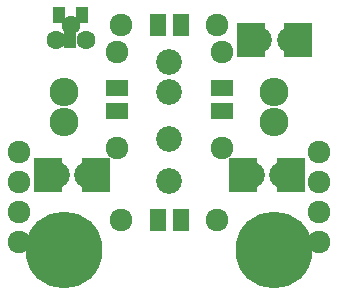
<source format=gts>
G04 #@! TF.FileFunction,Soldermask,Top*
%FSLAX46Y46*%
G04 Gerber Fmt 4.6, Leading zero omitted, Abs format (unit mm)*
G04 Created by KiCad (PCBNEW 4.0.1-3.201512221401+6198~38~ubuntu15.10.1-stable) date Mon Mar  7 15:24:47 2016*
%MOMM*%
G01*
G04 APERTURE LIST*
%ADD10C,0.050800*%
%ADD11C,6.496000*%
%ADD12C,2.178000*%
%ADD13R,0.999440X1.400760*%
%ADD14C,1.600000*%
%ADD15R,1.400000X1.850000*%
%ADD16C,1.924000*%
%ADD17R,1.850000X1.400000*%
%ADD18R,2.400000X2.900000*%
%ADD19O,2.432000X2.432000*%
G04 APERTURE END LIST*
D10*
D11*
X21590000Y3810000D03*
X3810000Y3810000D03*
D12*
X12700000Y13208000D03*
X12700000Y9652000D03*
X12700000Y19685000D03*
X12700000Y17145000D03*
D13*
X5270500Y23662640D03*
X4318000Y21549360D03*
X3365500Y23662640D03*
D14*
X4328000Y22816000D03*
X5598000Y21546000D03*
X3058000Y21546000D03*
D15*
X11750000Y6350000D03*
X13650000Y6350000D03*
D16*
X8636000Y6350000D03*
X16764000Y6350000D03*
D17*
X17145000Y15560000D03*
X17145000Y17460000D03*
D16*
X17145000Y12446000D03*
X17145000Y20574000D03*
D15*
X13650000Y22860000D03*
X11750000Y22860000D03*
D16*
X16764000Y22860000D03*
X8636000Y22860000D03*
D17*
X8255000Y15560000D03*
X8255000Y17460000D03*
D16*
X8255000Y12446000D03*
X8255000Y20574000D03*
D18*
X6445000Y10160000D03*
X2445000Y10160000D03*
D12*
X5745000Y10160000D03*
X3145000Y10160000D03*
D18*
X22955000Y10160000D03*
X18955000Y10160000D03*
D12*
X22255000Y10160000D03*
X19655000Y10160000D03*
D18*
X23590000Y21590000D03*
X19590000Y21590000D03*
D12*
X22890000Y21590000D03*
X20290000Y21590000D03*
D19*
X21590000Y17145000D03*
X21590000Y14605000D03*
X3810000Y17145000D03*
X3810000Y14605000D03*
D16*
X0Y12065000D03*
X25400000Y12065000D03*
X25400000Y9525000D03*
X25400000Y6985000D03*
X25400000Y4445000D03*
X0Y9525000D03*
X0Y6985000D03*
X0Y4445000D03*
M02*

</source>
